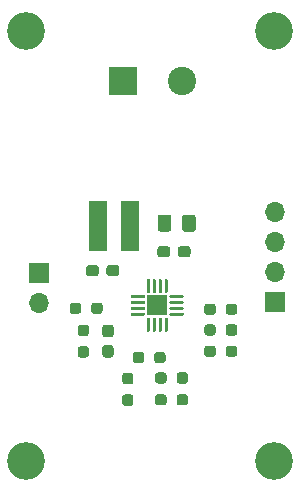
<source format=gbr>
%TF.GenerationSoftware,KiCad,Pcbnew,(5.1.10)-1*%
%TF.CreationDate,2021-09-08T10:04:32-05:00*%
%TF.ProjectId,bq25504_breakout_module,62713235-3530-4345-9f62-7265616b6f75,rev?*%
%TF.SameCoordinates,Original*%
%TF.FileFunction,Soldermask,Top*%
%TF.FilePolarity,Negative*%
%FSLAX46Y46*%
G04 Gerber Fmt 4.6, Leading zero omitted, Abs format (unit mm)*
G04 Created by KiCad (PCBNEW (5.1.10)-1) date 2021-09-08 10:04:32*
%MOMM*%
%LPD*%
G01*
G04 APERTURE LIST*
%ADD10C,3.200000*%
%ADD11C,3.200001*%
%ADD12R,1.700000X1.700000*%
%ADD13R,1.600000X4.300000*%
%ADD14O,1.700000X1.700000*%
%ADD15C,2.400000*%
%ADD16R,2.400000X2.400000*%
G04 APERTURE END LIST*
D10*
%TO.C,H4*%
X167944800Y-112471200D03*
%TD*%
%TO.C,H3*%
X167944800Y-75996800D03*
%TD*%
%TO.C,H2*%
X146939000Y-112471200D03*
%TD*%
D11*
%TO.C,H1*%
X146939000Y-75996800D03*
%TD*%
D12*
%TO.C,U1*%
X158040225Y-99270000D03*
G36*
G01*
X157165225Y-98170000D02*
X157165225Y-97095000D01*
G75*
G02*
X157227725Y-97032500I62500J0D01*
G01*
X157352725Y-97032500D01*
G75*
G02*
X157415225Y-97095000I0J-62500D01*
G01*
X157415225Y-98170000D01*
G75*
G02*
X157352725Y-98232500I-62500J0D01*
G01*
X157227725Y-98232500D01*
G75*
G02*
X157165225Y-98170000I0J62500D01*
G01*
G37*
G36*
G01*
X157665225Y-98170000D02*
X157665225Y-97095000D01*
G75*
G02*
X157727725Y-97032500I62500J0D01*
G01*
X157852725Y-97032500D01*
G75*
G02*
X157915225Y-97095000I0J-62500D01*
G01*
X157915225Y-98170000D01*
G75*
G02*
X157852725Y-98232500I-62500J0D01*
G01*
X157727725Y-98232500D01*
G75*
G02*
X157665225Y-98170000I0J62500D01*
G01*
G37*
G36*
G01*
X158165225Y-98170000D02*
X158165225Y-97095000D01*
G75*
G02*
X158227725Y-97032500I62500J0D01*
G01*
X158352725Y-97032500D01*
G75*
G02*
X158415225Y-97095000I0J-62500D01*
G01*
X158415225Y-98170000D01*
G75*
G02*
X158352725Y-98232500I-62500J0D01*
G01*
X158227725Y-98232500D01*
G75*
G02*
X158165225Y-98170000I0J62500D01*
G01*
G37*
G36*
G01*
X158665225Y-98170000D02*
X158665225Y-97095000D01*
G75*
G02*
X158727725Y-97032500I62500J0D01*
G01*
X158852725Y-97032500D01*
G75*
G02*
X158915225Y-97095000I0J-62500D01*
G01*
X158915225Y-98170000D01*
G75*
G02*
X158852725Y-98232500I-62500J0D01*
G01*
X158727725Y-98232500D01*
G75*
G02*
X158665225Y-98170000I0J62500D01*
G01*
G37*
G36*
G01*
X159077725Y-98582500D02*
X159077725Y-98457500D01*
G75*
G02*
X159140225Y-98395000I62500J0D01*
G01*
X160215225Y-98395000D01*
G75*
G02*
X160277725Y-98457500I0J-62500D01*
G01*
X160277725Y-98582500D01*
G75*
G02*
X160215225Y-98645000I-62500J0D01*
G01*
X159140225Y-98645000D01*
G75*
G02*
X159077725Y-98582500I0J62500D01*
G01*
G37*
G36*
G01*
X159077725Y-99082500D02*
X159077725Y-98957500D01*
G75*
G02*
X159140225Y-98895000I62500J0D01*
G01*
X160215225Y-98895000D01*
G75*
G02*
X160277725Y-98957500I0J-62500D01*
G01*
X160277725Y-99082500D01*
G75*
G02*
X160215225Y-99145000I-62500J0D01*
G01*
X159140225Y-99145000D01*
G75*
G02*
X159077725Y-99082500I0J62500D01*
G01*
G37*
G36*
G01*
X159077725Y-99582500D02*
X159077725Y-99457500D01*
G75*
G02*
X159140225Y-99395000I62500J0D01*
G01*
X160215225Y-99395000D01*
G75*
G02*
X160277725Y-99457500I0J-62500D01*
G01*
X160277725Y-99582500D01*
G75*
G02*
X160215225Y-99645000I-62500J0D01*
G01*
X159140225Y-99645000D01*
G75*
G02*
X159077725Y-99582500I0J62500D01*
G01*
G37*
G36*
G01*
X159077725Y-100082500D02*
X159077725Y-99957500D01*
G75*
G02*
X159140225Y-99895000I62500J0D01*
G01*
X160215225Y-99895000D01*
G75*
G02*
X160277725Y-99957500I0J-62500D01*
G01*
X160277725Y-100082500D01*
G75*
G02*
X160215225Y-100145000I-62500J0D01*
G01*
X159140225Y-100145000D01*
G75*
G02*
X159077725Y-100082500I0J62500D01*
G01*
G37*
G36*
G01*
X158665225Y-101445000D02*
X158665225Y-100370000D01*
G75*
G02*
X158727725Y-100307500I62500J0D01*
G01*
X158852725Y-100307500D01*
G75*
G02*
X158915225Y-100370000I0J-62500D01*
G01*
X158915225Y-101445000D01*
G75*
G02*
X158852725Y-101507500I-62500J0D01*
G01*
X158727725Y-101507500D01*
G75*
G02*
X158665225Y-101445000I0J62500D01*
G01*
G37*
G36*
G01*
X158165225Y-101445000D02*
X158165225Y-100370000D01*
G75*
G02*
X158227725Y-100307500I62500J0D01*
G01*
X158352725Y-100307500D01*
G75*
G02*
X158415225Y-100370000I0J-62500D01*
G01*
X158415225Y-101445000D01*
G75*
G02*
X158352725Y-101507500I-62500J0D01*
G01*
X158227725Y-101507500D01*
G75*
G02*
X158165225Y-101445000I0J62500D01*
G01*
G37*
G36*
G01*
X157665225Y-101445000D02*
X157665225Y-100370000D01*
G75*
G02*
X157727725Y-100307500I62500J0D01*
G01*
X157852725Y-100307500D01*
G75*
G02*
X157915225Y-100370000I0J-62500D01*
G01*
X157915225Y-101445000D01*
G75*
G02*
X157852725Y-101507500I-62500J0D01*
G01*
X157727725Y-101507500D01*
G75*
G02*
X157665225Y-101445000I0J62500D01*
G01*
G37*
G36*
G01*
X157165225Y-101445000D02*
X157165225Y-100370000D01*
G75*
G02*
X157227725Y-100307500I62500J0D01*
G01*
X157352725Y-100307500D01*
G75*
G02*
X157415225Y-100370000I0J-62500D01*
G01*
X157415225Y-101445000D01*
G75*
G02*
X157352725Y-101507500I-62500J0D01*
G01*
X157227725Y-101507500D01*
G75*
G02*
X157165225Y-101445000I0J62500D01*
G01*
G37*
G36*
G01*
X155802725Y-100082500D02*
X155802725Y-99957500D01*
G75*
G02*
X155865225Y-99895000I62500J0D01*
G01*
X156940225Y-99895000D01*
G75*
G02*
X157002725Y-99957500I0J-62500D01*
G01*
X157002725Y-100082500D01*
G75*
G02*
X156940225Y-100145000I-62500J0D01*
G01*
X155865225Y-100145000D01*
G75*
G02*
X155802725Y-100082500I0J62500D01*
G01*
G37*
G36*
G01*
X155802725Y-99582500D02*
X155802725Y-99457500D01*
G75*
G02*
X155865225Y-99395000I62500J0D01*
G01*
X156940225Y-99395000D01*
G75*
G02*
X157002725Y-99457500I0J-62500D01*
G01*
X157002725Y-99582500D01*
G75*
G02*
X156940225Y-99645000I-62500J0D01*
G01*
X155865225Y-99645000D01*
G75*
G02*
X155802725Y-99582500I0J62500D01*
G01*
G37*
G36*
G01*
X155802725Y-99082500D02*
X155802725Y-98957500D01*
G75*
G02*
X155865225Y-98895000I62500J0D01*
G01*
X156940225Y-98895000D01*
G75*
G02*
X157002725Y-98957500I0J-62500D01*
G01*
X157002725Y-99082500D01*
G75*
G02*
X156940225Y-99145000I-62500J0D01*
G01*
X155865225Y-99145000D01*
G75*
G02*
X155802725Y-99082500I0J62500D01*
G01*
G37*
G36*
G01*
X155802725Y-98582500D02*
X155802725Y-98457500D01*
G75*
G02*
X155865225Y-98395000I62500J0D01*
G01*
X156940225Y-98395000D01*
G75*
G02*
X157002725Y-98457500I0J-62500D01*
G01*
X157002725Y-98582500D01*
G75*
G02*
X156940225Y-98645000I-62500J0D01*
G01*
X155865225Y-98645000D01*
G75*
G02*
X155802725Y-98582500I0J62500D01*
G01*
G37*
%TD*%
%TO.C,R9*%
G36*
G01*
X150620900Y-99754700D02*
X150620900Y-99279700D01*
G75*
G02*
X150858400Y-99042200I237500J0D01*
G01*
X151358400Y-99042200D01*
G75*
G02*
X151595900Y-99279700I0J-237500D01*
G01*
X151595900Y-99754700D01*
G75*
G02*
X151358400Y-99992200I-237500J0D01*
G01*
X150858400Y-99992200D01*
G75*
G02*
X150620900Y-99754700I0J237500D01*
G01*
G37*
G36*
G01*
X152445900Y-99754700D02*
X152445900Y-99279700D01*
G75*
G02*
X152683400Y-99042200I237500J0D01*
G01*
X153183400Y-99042200D01*
G75*
G02*
X153420900Y-99279700I0J-237500D01*
G01*
X153420900Y-99754700D01*
G75*
G02*
X153183400Y-99992200I-237500J0D01*
G01*
X152683400Y-99992200D01*
G75*
G02*
X152445900Y-99754700I0J237500D01*
G01*
G37*
%TD*%
%TO.C,R8*%
G36*
G01*
X152027900Y-101862700D02*
X151552900Y-101862700D01*
G75*
G02*
X151315400Y-101625200I0J237500D01*
G01*
X151315400Y-101125200D01*
G75*
G02*
X151552900Y-100887700I237500J0D01*
G01*
X152027900Y-100887700D01*
G75*
G02*
X152265400Y-101125200I0J-237500D01*
G01*
X152265400Y-101625200D01*
G75*
G02*
X152027900Y-101862700I-237500J0D01*
G01*
G37*
G36*
G01*
X152027900Y-103687700D02*
X151552900Y-103687700D01*
G75*
G02*
X151315400Y-103450200I0J237500D01*
G01*
X151315400Y-102950200D01*
G75*
G02*
X151552900Y-102712700I237500J0D01*
G01*
X152027900Y-102712700D01*
G75*
G02*
X152265400Y-102950200I0J-237500D01*
G01*
X152265400Y-103450200D01*
G75*
G02*
X152027900Y-103687700I-237500J0D01*
G01*
G37*
%TD*%
%TO.C,R7*%
G36*
G01*
X163850500Y-99830900D02*
X163850500Y-99355900D01*
G75*
G02*
X164088000Y-99118400I237500J0D01*
G01*
X164588000Y-99118400D01*
G75*
G02*
X164825500Y-99355900I0J-237500D01*
G01*
X164825500Y-99830900D01*
G75*
G02*
X164588000Y-100068400I-237500J0D01*
G01*
X164088000Y-100068400D01*
G75*
G02*
X163850500Y-99830900I0J237500D01*
G01*
G37*
G36*
G01*
X162025500Y-99830900D02*
X162025500Y-99355900D01*
G75*
G02*
X162263000Y-99118400I237500J0D01*
G01*
X162763000Y-99118400D01*
G75*
G02*
X163000500Y-99355900I0J-237500D01*
G01*
X163000500Y-99830900D01*
G75*
G02*
X162763000Y-100068400I-237500J0D01*
G01*
X162263000Y-100068400D01*
G75*
G02*
X162025500Y-99830900I0J237500D01*
G01*
G37*
%TD*%
%TO.C,R6*%
G36*
G01*
X163850500Y-101583500D02*
X163850500Y-101108500D01*
G75*
G02*
X164088000Y-100871000I237500J0D01*
G01*
X164588000Y-100871000D01*
G75*
G02*
X164825500Y-101108500I0J-237500D01*
G01*
X164825500Y-101583500D01*
G75*
G02*
X164588000Y-101821000I-237500J0D01*
G01*
X164088000Y-101821000D01*
G75*
G02*
X163850500Y-101583500I0J237500D01*
G01*
G37*
G36*
G01*
X162025500Y-101583500D02*
X162025500Y-101108500D01*
G75*
G02*
X162263000Y-100871000I237500J0D01*
G01*
X162763000Y-100871000D01*
G75*
G02*
X163000500Y-101108500I0J-237500D01*
G01*
X163000500Y-101583500D01*
G75*
G02*
X162763000Y-101821000I-237500J0D01*
G01*
X162263000Y-101821000D01*
G75*
G02*
X162025500Y-101583500I0J237500D01*
G01*
G37*
%TD*%
%TO.C,R5*%
G36*
G01*
X163850500Y-103386900D02*
X163850500Y-102911900D01*
G75*
G02*
X164088000Y-102674400I237500J0D01*
G01*
X164588000Y-102674400D01*
G75*
G02*
X164825500Y-102911900I0J-237500D01*
G01*
X164825500Y-103386900D01*
G75*
G02*
X164588000Y-103624400I-237500J0D01*
G01*
X164088000Y-103624400D01*
G75*
G02*
X163850500Y-103386900I0J237500D01*
G01*
G37*
G36*
G01*
X162025500Y-103386900D02*
X162025500Y-102911900D01*
G75*
G02*
X162263000Y-102674400I237500J0D01*
G01*
X162763000Y-102674400D01*
G75*
G02*
X163000500Y-102911900I0J-237500D01*
G01*
X163000500Y-103386900D01*
G75*
G02*
X162763000Y-103624400I-237500J0D01*
G01*
X162263000Y-103624400D01*
G75*
G02*
X162025500Y-103386900I0J237500D01*
G01*
G37*
%TD*%
%TO.C,R4*%
G36*
G01*
X158833000Y-107026700D02*
X158833000Y-107501700D01*
G75*
G02*
X158595500Y-107739200I-237500J0D01*
G01*
X158095500Y-107739200D01*
G75*
G02*
X157858000Y-107501700I0J237500D01*
G01*
X157858000Y-107026700D01*
G75*
G02*
X158095500Y-106789200I237500J0D01*
G01*
X158595500Y-106789200D01*
G75*
G02*
X158833000Y-107026700I0J-237500D01*
G01*
G37*
G36*
G01*
X160658000Y-107026700D02*
X160658000Y-107501700D01*
G75*
G02*
X160420500Y-107739200I-237500J0D01*
G01*
X159920500Y-107739200D01*
G75*
G02*
X159683000Y-107501700I0J237500D01*
G01*
X159683000Y-107026700D01*
G75*
G02*
X159920500Y-106789200I237500J0D01*
G01*
X160420500Y-106789200D01*
G75*
G02*
X160658000Y-107026700I0J-237500D01*
G01*
G37*
%TD*%
%TO.C,R3*%
G36*
G01*
X159683000Y-105647500D02*
X159683000Y-105172500D01*
G75*
G02*
X159920500Y-104935000I237500J0D01*
G01*
X160420500Y-104935000D01*
G75*
G02*
X160658000Y-105172500I0J-237500D01*
G01*
X160658000Y-105647500D01*
G75*
G02*
X160420500Y-105885000I-237500J0D01*
G01*
X159920500Y-105885000D01*
G75*
G02*
X159683000Y-105647500I0J237500D01*
G01*
G37*
G36*
G01*
X157858000Y-105647500D02*
X157858000Y-105172500D01*
G75*
G02*
X158095500Y-104935000I237500J0D01*
G01*
X158595500Y-104935000D01*
G75*
G02*
X158833000Y-105172500I0J-237500D01*
G01*
X158833000Y-105647500D01*
G75*
G02*
X158595500Y-105885000I-237500J0D01*
G01*
X158095500Y-105885000D01*
G75*
G02*
X157858000Y-105647500I0J237500D01*
G01*
G37*
%TD*%
%TO.C,R2*%
G36*
G01*
X155312100Y-106798300D02*
X155787100Y-106798300D01*
G75*
G02*
X156024600Y-107035800I0J-237500D01*
G01*
X156024600Y-107535800D01*
G75*
G02*
X155787100Y-107773300I-237500J0D01*
G01*
X155312100Y-107773300D01*
G75*
G02*
X155074600Y-107535800I0J237500D01*
G01*
X155074600Y-107035800D01*
G75*
G02*
X155312100Y-106798300I237500J0D01*
G01*
G37*
G36*
G01*
X155312100Y-104973300D02*
X155787100Y-104973300D01*
G75*
G02*
X156024600Y-105210800I0J-237500D01*
G01*
X156024600Y-105710800D01*
G75*
G02*
X155787100Y-105948300I-237500J0D01*
G01*
X155312100Y-105948300D01*
G75*
G02*
X155074600Y-105710800I0J237500D01*
G01*
X155074600Y-105210800D01*
G75*
G02*
X155312100Y-104973300I237500J0D01*
G01*
G37*
%TD*%
%TO.C,R1*%
G36*
G01*
X156929900Y-103445300D02*
X156929900Y-103920300D01*
G75*
G02*
X156692400Y-104157800I-237500J0D01*
G01*
X156192400Y-104157800D01*
G75*
G02*
X155954900Y-103920300I0J237500D01*
G01*
X155954900Y-103445300D01*
G75*
G02*
X156192400Y-103207800I237500J0D01*
G01*
X156692400Y-103207800D01*
G75*
G02*
X156929900Y-103445300I0J-237500D01*
G01*
G37*
G36*
G01*
X158754900Y-103445300D02*
X158754900Y-103920300D01*
G75*
G02*
X158517400Y-104157800I-237500J0D01*
G01*
X158017400Y-104157800D01*
G75*
G02*
X157779900Y-103920300I0J237500D01*
G01*
X157779900Y-103445300D01*
G75*
G02*
X158017400Y-103207800I237500J0D01*
G01*
X158517400Y-103207800D01*
G75*
G02*
X158754900Y-103445300I0J-237500D01*
G01*
G37*
%TD*%
D13*
%TO.C,L1*%
X155702000Y-92506800D03*
X153002000Y-92506800D03*
%TD*%
D14*
%TO.C,J2*%
X168000000Y-91380000D03*
X168000000Y-93920000D03*
X168000000Y-96460000D03*
D12*
X168000000Y-99000000D03*
%TD*%
D14*
%TO.C,J1*%
X148000000Y-99040000D03*
D12*
X148000000Y-96500000D03*
%TD*%
%TO.C,C6*%
G36*
G01*
X159787300Y-94954100D02*
X159787300Y-94479100D01*
G75*
G02*
X160024800Y-94241600I237500J0D01*
G01*
X160624800Y-94241600D01*
G75*
G02*
X160862300Y-94479100I0J-237500D01*
G01*
X160862300Y-94954100D01*
G75*
G02*
X160624800Y-95191600I-237500J0D01*
G01*
X160024800Y-95191600D01*
G75*
G02*
X159787300Y-94954100I0J237500D01*
G01*
G37*
G36*
G01*
X158062300Y-94954100D02*
X158062300Y-94479100D01*
G75*
G02*
X158299800Y-94241600I237500J0D01*
G01*
X158899800Y-94241600D01*
G75*
G02*
X159137300Y-94479100I0J-237500D01*
G01*
X159137300Y-94954100D01*
G75*
G02*
X158899800Y-95191600I-237500J0D01*
G01*
X158299800Y-95191600D01*
G75*
G02*
X158062300Y-94954100I0J237500D01*
G01*
G37*
%TD*%
%TO.C,C5*%
G36*
G01*
X160143700Y-92778600D02*
X160143700Y-91828600D01*
G75*
G02*
X160393700Y-91578600I250000J0D01*
G01*
X161068700Y-91578600D01*
G75*
G02*
X161318700Y-91828600I0J-250000D01*
G01*
X161318700Y-92778600D01*
G75*
G02*
X161068700Y-93028600I-250000J0D01*
G01*
X160393700Y-93028600D01*
G75*
G02*
X160143700Y-92778600I0J250000D01*
G01*
G37*
G36*
G01*
X158068700Y-92778600D02*
X158068700Y-91828600D01*
G75*
G02*
X158318700Y-91578600I250000J0D01*
G01*
X158993700Y-91578600D01*
G75*
G02*
X159243700Y-91828600I0J-250000D01*
G01*
X159243700Y-92778600D01*
G75*
G02*
X158993700Y-93028600I-250000J0D01*
G01*
X158318700Y-93028600D01*
G75*
G02*
X158068700Y-92778600I0J250000D01*
G01*
G37*
%TD*%
D15*
%TO.C,C4*%
X160147000Y-80264000D03*
D16*
X155147000Y-80264000D03*
%TD*%
%TO.C,C3*%
G36*
G01*
X153635700Y-102612700D02*
X154110700Y-102612700D01*
G75*
G02*
X154348200Y-102850200I0J-237500D01*
G01*
X154348200Y-103450200D01*
G75*
G02*
X154110700Y-103687700I-237500J0D01*
G01*
X153635700Y-103687700D01*
G75*
G02*
X153398200Y-103450200I0J237500D01*
G01*
X153398200Y-102850200D01*
G75*
G02*
X153635700Y-102612700I237500J0D01*
G01*
G37*
G36*
G01*
X153635700Y-100887700D02*
X154110700Y-100887700D01*
G75*
G02*
X154348200Y-101125200I0J-237500D01*
G01*
X154348200Y-101725200D01*
G75*
G02*
X154110700Y-101962700I-237500J0D01*
G01*
X153635700Y-101962700D01*
G75*
G02*
X153398200Y-101725200I0J237500D01*
G01*
X153398200Y-101125200D01*
G75*
G02*
X153635700Y-100887700I237500J0D01*
G01*
G37*
%TD*%
%TO.C,C2*%
G36*
G01*
X153742100Y-96554300D02*
X153742100Y-96079300D01*
G75*
G02*
X153979600Y-95841800I237500J0D01*
G01*
X154579600Y-95841800D01*
G75*
G02*
X154817100Y-96079300I0J-237500D01*
G01*
X154817100Y-96554300D01*
G75*
G02*
X154579600Y-96791800I-237500J0D01*
G01*
X153979600Y-96791800D01*
G75*
G02*
X153742100Y-96554300I0J237500D01*
G01*
G37*
G36*
G01*
X152017100Y-96554300D02*
X152017100Y-96079300D01*
G75*
G02*
X152254600Y-95841800I237500J0D01*
G01*
X152854600Y-95841800D01*
G75*
G02*
X153092100Y-96079300I0J-237500D01*
G01*
X153092100Y-96554300D01*
G75*
G02*
X152854600Y-96791800I-237500J0D01*
G01*
X152254600Y-96791800D01*
G75*
G02*
X152017100Y-96554300I0J237500D01*
G01*
G37*
%TD*%
M02*

</source>
